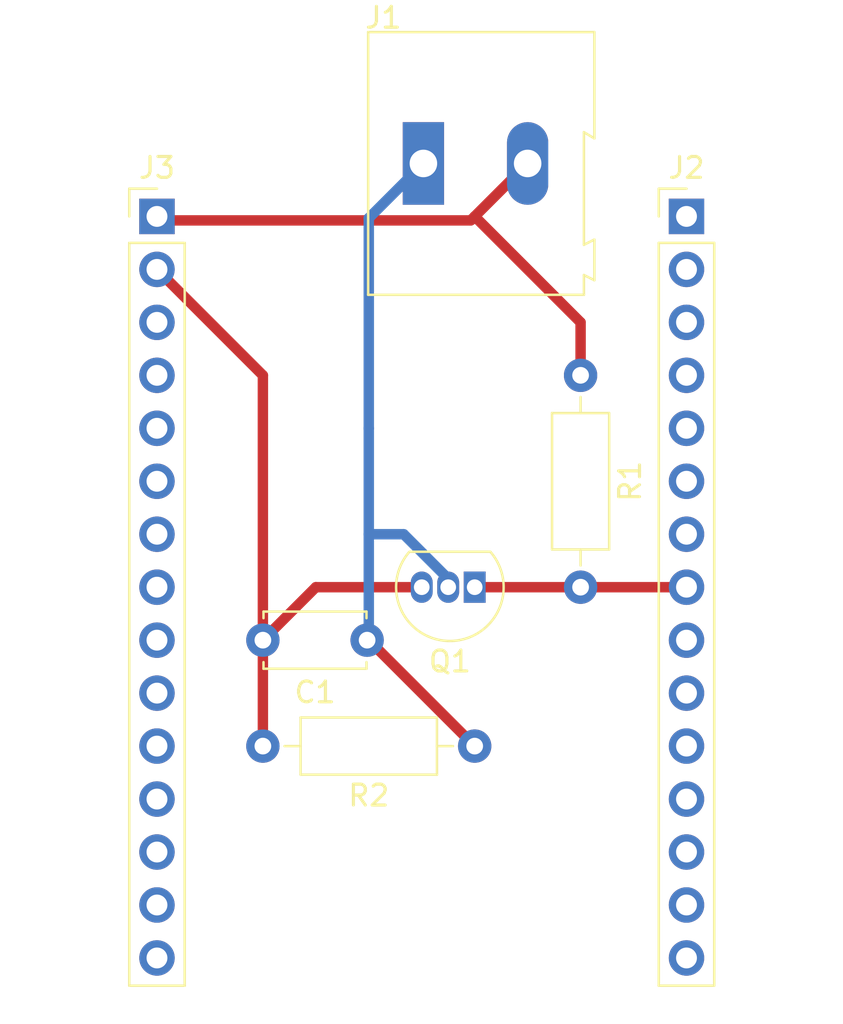
<source format=kicad_pcb>
(kicad_pcb (version 20221018) (generator pcbnew)
  (layers (0 "F.Cu" signal) (31 "B.Cu" signal) (34 "B.Paste" user) (35 "F.Paste" user) (36 "B.SilkS" user "B.Silkscreen") (37 "F.SilkS" user "F.Silkscreen") (38 "B.Mask" user) (39 "F.Mask" user) (44 "Edge.Cuts" user))
  (net 0 "")
  (net 1 "Net-(J1-Pin_1)")
  (net 2 "GND")
  (net 3 "+3.3V")
  (net 11 "Net-(J2-Pin_8)")
  (footprint "Resistor_THT:R_Axial_DIN0207_L6.3mm_D2.5mm_P10.16mm_Horizontal" (layer "F.Cu") (at 167.64 86.36 -90)
    (fp_text reference "R1" (at 5.08 -2.37 90) (layer "F.SilkS"))
    (fp_text value "2k2")
    (fp_line (start 1.04 0) (end 1.81 0) (stroke (width 0.12)) (layer "F.SilkS"))
    (fp_line (start 1.81 -1.37) (end 1.81 1.37) (stroke (width 0.12)) (layer "F.SilkS"))
    (fp_line (start 1.81 1.37) (end 8.35 1.37) (stroke (width 0.12)) (layer "F.SilkS"))
    (fp_line (start 8.35 -1.37) (end 1.81 -1.37) (stroke (width 0.12)) (layer "F.SilkS"))
    (fp_line (start 8.35 1.37) (end 8.35 -1.37) (stroke (width 0.12)) (layer "F.SilkS"))
    (fp_line (start 9.12 0) (end 8.35 0) (stroke (width 0.12)) (layer "F.SilkS"))
    (pad "1" thru_hole circle (at 0 0 270) (size 1.6 1.6) (drill 0.8) (layers "*.Cu" "*.Mask") (net 3 "+3.3V"))
    (pad "2" thru_hole oval (at 10.16 0 270) (size 1.6 1.6) (drill 0.8) (layers "*.Cu" "*.Mask") (net 11 "Net-(J2-Pin_8)"))
  )
  (footprint "Capacitor_THT:C_Disc_D4.7mm_W2.5mm_P5.00mm" (layer "F.Cu") (at 157.4 99.06 180)
    (fp_text reference "C1" (at 2.5 -2.5) (layer "F.SilkS"))
    (fp_text value "1nF")
    (fp_line (start 0.03 -1.37) (end 0.03 -1.055) (stroke (width 0.12)) (layer "F.SilkS"))
    (fp_line (start 0.03 -1.37) (end 4.97 -1.37) (stroke (width 0.12)) (layer "F.SilkS"))
    (fp_line (start 0.03 1.055) (end 0.03 1.37) (stroke (width 0.12)) (layer "F.SilkS"))
    (fp_line (start 0.03 1.37) (end 4.97 1.37) (stroke (width 0.12)) (layer "F.SilkS"))
    (fp_line (start 4.97 -1.37) (end 4.97 -1.055) (stroke (width 0.12)) (layer "F.SilkS"))
    (fp_line (start 4.97 1.055) (end 4.97 1.37) (stroke (width 0.12)) (layer "F.SilkS"))
    (pad "1" thru_hole circle (at 0 0 180) (size 1.6 1.6) (drill 0.8) (layers "*.Cu" "*.Mask") (net 1 "Net-(J1-Pin_1)"))
    (pad "2" thru_hole circle (at 5 0 180) (size 1.6 1.6) (drill 0.8) (layers "*.Cu" "*.Mask") (net 2 "GND"))
  )
  (footprint "Connector_PinHeader_2.54mm:PinHeader_1x15_P2.54mm_Vertical" (layer "F.Cu") (at 172.72 78.74)
    (fp_text reference "J2" (at 0 -2.33) (layer "F.SilkS"))
    (fp_text value "Conn_01x15_Socket")
    (fp_line (start -1.33 -1.33) (end 0 -1.33) (stroke (width 0.12)) (layer "F.SilkS"))
    (fp_line (start -1.33 0) (end -1.33 -1.33) (stroke (width 0.12)) (layer "F.SilkS"))
    (fp_line (start -1.33 1.27) (end -1.33 36.89) (stroke (width 0.12)) (layer "F.SilkS"))
    (fp_line (start -1.33 1.27) (end 1.33 1.27) (stroke (width 0.12)) (layer "F.SilkS"))
    (fp_line (start -1.33 36.89) (end 1.33 36.89) (stroke (width 0.12)) (layer "F.SilkS"))
    (fp_line (start 1.33 1.27) (end 1.33 36.89) (stroke (width 0.12)) (layer "F.SilkS"))
    (pad "1" thru_hole rect (at 0 0) (size 1.7 1.7) (drill 1) (layers "*.Cu" "*.Mask"))
    (pad "2" thru_hole oval (at 0 2.54) (size 1.7 1.7) (drill 1) (layers "*.Cu" "*.Mask"))
    (pad "3" thru_hole oval (at 0 5.08) (size 1.7 1.7) (drill 1) (layers "*.Cu" "*.Mask"))
    (pad "4" thru_hole oval (at 0 7.62) (size 1.7 1.7) (drill 1) (layers "*.Cu" "*.Mask"))
    (pad "5" thru_hole oval (at 0 10.16) (size 1.7 1.7) (drill 1) (layers "*.Cu" "*.Mask"))
    (pad "6" thru_hole oval (at 0 12.7) (size 1.7 1.7) (drill 1) (layers "*.Cu" "*.Mask"))
    (pad "7" thru_hole oval (at 0 15.24) (size 1.7 1.7) (drill 1) (layers "*.Cu" "*.Mask"))
    (pad "8" thru_hole oval (at 0 17.78) (size 1.7 1.7) (drill 1) (layers "*.Cu" "*.Mask") (net 11 "Net-(J2-Pin_8)"))
    (pad "9" thru_hole oval (at 0 20.32) (size 1.7 1.7) (drill 1) (layers "*.Cu" "*.Mask"))
    (pad "10" thru_hole oval (at 0 22.86) (size 1.7 1.7) (drill 1) (layers "*.Cu" "*.Mask"))
    (pad "11" thru_hole oval (at 0 25.4) (size 1.7 1.7) (drill 1) (layers "*.Cu" "*.Mask"))
    (pad "12" thru_hole oval (at 0 27.94) (size 1.7 1.7) (drill 1) (layers "*.Cu" "*.Mask"))
    (pad "13" thru_hole oval (at 0 30.48) (size 1.7 1.7) (drill 1) (layers "*.Cu" "*.Mask"))
    (pad "14" thru_hole oval (at 0 33.02) (size 1.7 1.7) (drill 1) (layers "*.Cu" "*.Mask"))
    (pad "15" thru_hole oval (at 0 35.56) (size 1.7 1.7) (drill 1) (layers "*.Cu" "*.Mask"))
  )
  (footprint "Package_TO_SOT_THT:TO-92L_Inline" (layer "F.Cu") (at 162.56 96.52 180)
    (fp_text reference "Q1" (at 1.19 -3.56) (layer "F.SilkS"))
    (fp_text value "NMOS")
    (fp_line (start -0.75 1.7) (end 3.1 1.7) (stroke (width 0.12)) (layer "F.SilkS"))
    (fp_arc (start -0.75 1.7) (mid 1.183448 -2.579449) (end 3.138611 1.690122) (stroke (width 0.12)) (layer "F.SilkS"))
    (pad "1" thru_hole rect (at 0 0 180) (size 1.05 1.5) (drill 0.75) (layers "*.Cu" "*.Mask") (net 11 "Net-(J2-Pin_8)"))
    (pad "2" thru_hole oval (at 1.27 0 180) (size 1.05 1.5) (drill 0.75) (layers "*.Cu" "*.Mask") (net 1 "Net-(J1-Pin_1)"))
    (pad "3" thru_hole oval (at 2.54 0 180) (size 1.05 1.5) (drill 0.75) (layers "*.Cu" "*.Mask") (net 2 "GND"))
  )
  (footprint "Resistor_THT:R_Axial_DIN0207_L6.3mm_D2.5mm_P10.16mm_Horizontal" (layer "F.Cu") (at 162.56 104.14 180)
    (fp_text reference "R2" (at 5.08 -2.37) (layer "F.SilkS"))
    (fp_text value "10M")
    (fp_line (start 1.04 0) (end 1.81 0) (stroke (width 0.12)) (layer "F.SilkS"))
    (fp_line (start 1.81 -1.37) (end 1.81 1.37) (stroke (width 0.12)) (layer "F.SilkS"))
    (fp_line (start 1.81 1.37) (end 8.35 1.37) (stroke (width 0.12)) (layer "F.SilkS"))
    (fp_line (start 8.35 -1.37) (end 1.81 -1.37) (stroke (width 0.12)) (layer "F.SilkS"))
    (fp_line (start 8.35 1.37) (end 8.35 -1.37) (stroke (width 0.12)) (layer "F.SilkS"))
    (fp_line (start 9.12 0) (end 8.35 0) (stroke (width 0.12)) (layer "F.SilkS"))
    (pad "1" thru_hole circle (at 0 0 180) (size 1.6 1.6) (drill 0.8) (layers "*.Cu" "*.Mask") (net 1 "Net-(J1-Pin_1)"))
    (pad "2" thru_hole oval (at 10.16 0 180) (size 1.6 1.6) (drill 0.8) (layers "*.Cu" "*.Mask") (net 2 "GND"))
  )
  (footprint "Connector_PinHeader_2.54mm:PinHeader_1x15_P2.54mm_Vertical" (layer "F.Cu") (at 147.32 78.74)
    (fp_text reference "J3" (at 0 -2.33) (layer "F.SilkS"))
    (fp_text value "Conn_01x15_Socket")
    (fp_line (start -1.33 -1.33) (end 0 -1.33) (stroke (width 0.12)) (layer "F.SilkS"))
    (fp_line (start -1.33 0) (end -1.33 -1.33) (stroke (width 0.12)) (layer "F.SilkS"))
    (fp_line (start -1.33 1.27) (end -1.33 36.89) (stroke (width 0.12)) (layer "F.SilkS"))
    (fp_line (start -1.33 1.27) (end 1.33 1.27) (stroke (width 0.12)) (layer "F.SilkS"))
    (fp_line (start -1.33 36.89) (end 1.33 36.89) (stroke (width 0.12)) (layer "F.SilkS"))
    (fp_line (start 1.33 1.27) (end 1.33 36.89) (stroke (width 0.12)) (layer "F.SilkS"))
    (pad "1" thru_hole rect (at 0 0) (size 1.7 1.7) (drill 1) (layers "*.Cu" "*.Mask") (net 3 "+3.3V"))
    (pad "2" thru_hole oval (at 0 2.54) (size 1.7 1.7) (drill 1) (layers "*.Cu" "*.Mask") (net 2 "GND"))
    (pad "3" thru_hole oval (at 0 5.08) (size 1.7 1.7) (drill 1) (layers "*.Cu" "*.Mask"))
    (pad "4" thru_hole oval (at 0 7.62) (size 1.7 1.7) (drill 1) (layers "*.Cu" "*.Mask"))
    (pad "5" thru_hole oval (at 0 10.16) (size 1.7 1.7) (drill 1) (layers "*.Cu" "*.Mask"))
    (pad "6" thru_hole oval (at 0 12.7) (size 1.7 1.7) (drill 1) (layers "*.Cu" "*.Mask"))
    (pad "7" thru_hole oval (at 0 15.24) (size 1.7 1.7) (drill 1) (layers "*.Cu" "*.Mask"))
    (pad "8" thru_hole oval (at 0 17.78) (size 1.7 1.7) (drill 1) (layers "*.Cu" "*.Mask"))
    (pad "9" thru_hole oval (at 0 20.32) (size 1.7 1.7) (drill 1) (layers "*.Cu" "*.Mask"))
    (pad "10" thru_hole oval (at 0 22.86) (size 1.7 1.7) (drill 1) (layers "*.Cu" "*.Mask"))
    (pad "11" thru_hole oval (at 0 25.4) (size 1.7 1.7) (drill 1) (layers "*.Cu" "*.Mask"))
    (pad "12" thru_hole oval (at 0 27.94) (size 1.7 1.7) (drill 1) (layers "*.Cu" "*.Mask"))
    (pad "13" thru_hole oval (at 0 30.48) (size 1.7 1.7) (drill 1) (layers "*.Cu" "*.Mask"))
    (pad "14" thru_hole oval (at 0 33.02) (size 1.7 1.7) (drill 1) (layers "*.Cu" "*.Mask"))
    (pad "15" thru_hole oval (at 0 35.56) (size 1.7 1.7) (drill 1) (layers "*.Cu" "*.Mask"))
  )
  (footprint "TerminalBlock:TerminalBlock_Altech_AK300-2_P5.00mm" (layer "F.Cu") (at 160.1 76.2)
    (fp_text reference "J1" (at -1.92 -6.99) (layer "F.SilkS"))
    (fp_text value "Screw_Terminal_01x02")
    (fp_line (start -2.65 -6.3) (end -2.65 6.3) (stroke (width 0.12)) (layer "F.SilkS"))
    (fp_line (start -2.65 6.3) (end 7.7 6.3) (stroke (width 0.12)) (layer "F.SilkS"))
    (fp_line (start 7.7 -1.5) (end 8.2 -1.2) (stroke (width 0.12)) (layer "F.SilkS"))
    (fp_line (start 7.7 3.9) (end 7.7 -1.5) (stroke (width 0.12)) (layer "F.SilkS"))
    (fp_line (start 7.7 5.35) (end 8.2 5.6) (stroke (width 0.12)) (layer "F.SilkS"))
    (fp_line (start 7.7 6.3) (end 7.7 5.35) (stroke (width 0.12)) (layer "F.SilkS"))
    (fp_line (start 8.2 -6.3) (end -2.65 -6.3) (stroke (width 0.12)) (layer "F.SilkS"))
    (fp_line (start 8.2 -1.2) (end 8.2 -6.3) (stroke (width 0.12)) (layer "F.SilkS"))
    (fp_line (start 8.2 3.65) (end 7.7 3.9) (stroke (width 0.12)) (layer "F.SilkS"))
    (fp_line (start 8.2 3.7) (end 8.2 3.65) (stroke (width 0.12)) (layer "F.SilkS"))
    (fp_line (start 8.2 5.6) (end 8.2 3.7) (stroke (width 0.12)) (layer "F.SilkS"))
    (pad "1" thru_hole rect (at 0 0) (size 1.98 3.96) (drill 1.32) (layers "*.Cu" "*.Mask") (net 1 "Net-(J1-Pin_1)"))
    (pad "2" thru_hole oval (at 5 0) (size 1.98 3.96) (drill 1.32) (layers "*.Cu" "*.Mask") (net 3 "+3.3V"))
  )
  (segment (start 162.56 104.14) (end 157.48 99.06) (width 0.5) (layer "F.Cu") (net 1))
  (segment (start 157.48 99.06) (end 157.4 99.06) (width 0.5) (layer "F.Cu") (net 1))
  (segment (start 157.48 88.9) (end 157.48 78.82) (width 0.5) (layer "B.Cu") (net 1))
  (segment (start 157.48 99.06) (end 157.48 88.9) (width 0.5) (layer "B.Cu") (net 1))
  (segment (start 157.48 78.82) (end 157.48 93.98) (width 0.25) (layer "B.Cu") (net 1))
  (segment (start 157.48 93.98) (end 159.154569 93.98) (width 0.5) (layer "B.Cu") (net 1))
  (segment (start 161.29 96.115431) (end 161.29 96.52) (width 0.5) (layer "B.Cu") (net 1))
  (segment (start 159.154569 93.98) (end 161.29 96.115431) (width 0.5) (layer "B.Cu") (net 1))
  (segment (start 157.4 99.06) (end 157.48 99.06) (width 0.5) (layer "B.Cu") (net 1))
  (segment (start 157.48 78.82) (end 160.1 76.2) (width 0.5) (layer "B.Cu") (net 1))
  (segment (start 154.94 96.52) (end 160.015 96.52) (width 0.5) (layer "F.Cu") (net 2))
  (segment (start 152.4 99.06) (end 152.4 104.14) (width 0.5) (layer "F.Cu") (net 2))
  (segment (start 152.4 99.06) (end 154.94 96.52) (width 0.5) (layer "F.Cu") (net 2))
  (segment (start 147.32 81.28) (end 152.4 86.36) (width 0.5) (layer "F.Cu") (net 2))
  (segment (start 152.4 86.36) (end 152.4 99.06) (width 0.5) (layer "F.Cu") (net 2))
  (segment (start 147.32 78.74) (end 147.51 78.93) (width 0.5) (layer "F.Cu") (net 3))
  (segment (start 162.37 78.93) (end 162.56 78.74) (width 0.5) (layer "F.Cu") (net 3))
  (segment (start 162.56 78.74) (end 165.1 76.2) (width 0.5) (layer "F.Cu") (net 3))
  (segment (start 167.64 83.82) (end 162.56 78.74) (width 0.5) (layer "F.Cu") (net 3))
  (segment (start 147.51 78.93) (end 162.37 78.93) (width 0.5) (layer "F.Cu") (net 3))
  (segment (start 167.64 86.36) (end 167.64 83.82) (width 0.5) (layer "F.Cu") (net 3))
  (segment (start 167.64 96.52) (end 162.565 96.52) (width 0.5) (layer "F.Cu") (net 11))
  (segment (start 167.64 96.52) (end 172.72 96.52) (width 0.5) (layer "F.Cu") (net 11))
)
</source>
